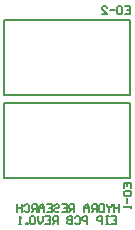
<source format=gbo>
G04*
G04 #@! TF.GenerationSoftware,Altium Limited,Altium Designer,18.0.7 (293)*
G04*
G04 Layer_Color=32896*
%FSLAX25Y25*%
%MOIN*%
G70*
G01*
G75*
%ADD10C,0.00787*%
%ADD16C,0.00500*%
D10*
X240724Y245768D02*
Y270768D01*
X198724D02*
X240724D01*
X198724Y245768D02*
X240724D01*
X198724Y253518D02*
Y263018D01*
Y270768D01*
Y245768D02*
Y253518D01*
X240724Y218209D02*
Y243209D01*
X198724D02*
X240724D01*
X198724Y218209D02*
X240724D01*
X198724Y225959D02*
Y235459D01*
Y243209D01*
Y218209D02*
Y225959D01*
D16*
X234334Y205499D02*
X236000D01*
Y203000D01*
X234334D01*
X236000Y204250D02*
X235167D01*
X233501Y205499D02*
X232668D01*
X233084D01*
Y203000D01*
X233501D01*
X232668D01*
X231418D02*
Y205499D01*
X230169D01*
X229752Y205083D01*
Y204250D01*
X230169Y203833D01*
X231418D01*
X226420Y203000D02*
Y205499D01*
X225170D01*
X224754Y205083D01*
Y204250D01*
X225170Y203833D01*
X226420D01*
X222254Y205083D02*
X222671Y205499D01*
X223504D01*
X223921Y205083D01*
Y203416D01*
X223504Y203000D01*
X222671D01*
X222254Y203416D01*
X221421Y205499D02*
Y203000D01*
X220172D01*
X219755Y203416D01*
Y203833D01*
X220172Y204250D01*
X221421D01*
X220172D01*
X219755Y204666D01*
Y205083D01*
X220172Y205499D01*
X221421D01*
X216423Y203000D02*
Y205499D01*
X215173D01*
X214757Y205083D01*
Y204250D01*
X215173Y203833D01*
X216423D01*
X215590D02*
X214757Y203000D01*
X212258Y205499D02*
X213924D01*
Y203000D01*
X212258D01*
X213924Y204250D02*
X213091D01*
X211425Y205499D02*
Y203833D01*
X210592Y203000D01*
X209758Y203833D01*
Y205499D01*
X208925Y205083D02*
X208509Y205499D01*
X207676D01*
X207259Y205083D01*
Y203416D01*
X207676Y203000D01*
X208509D01*
X208925Y203416D01*
Y205083D01*
X206426Y203000D02*
Y203416D01*
X206010D01*
Y203000D01*
X206426D01*
X204344D02*
X203510D01*
X203927D01*
Y205499D01*
X204344Y205083D01*
X237000Y209499D02*
Y207000D01*
Y208250D01*
X235334D01*
Y209499D01*
Y207000D01*
X234501Y209499D02*
Y209083D01*
X233668Y208250D01*
X232835Y209083D01*
Y209499D01*
X233668Y208250D02*
Y207000D01*
X232002Y209499D02*
Y207000D01*
X230752D01*
X230335Y207417D01*
Y209083D01*
X230752Y209499D01*
X232002D01*
X229502Y207000D02*
Y209499D01*
X228253D01*
X227836Y209083D01*
Y208250D01*
X228253Y207833D01*
X229502D01*
X228669D02*
X227836Y207000D01*
X227003D02*
Y208666D01*
X226170Y209499D01*
X225337Y208666D01*
Y207000D01*
Y208250D01*
X227003D01*
X222005Y207000D02*
Y209499D01*
X220755D01*
X220339Y209083D01*
Y208250D01*
X220755Y207833D01*
X222005D01*
X221172D02*
X220339Y207000D01*
X217840Y209499D02*
X219506D01*
Y207000D01*
X217840D01*
X219506Y208250D02*
X218673D01*
X215340Y209083D02*
X215757Y209499D01*
X216590D01*
X217006Y209083D01*
Y208666D01*
X216590Y208250D01*
X215757D01*
X215340Y207833D01*
Y207417D01*
X215757Y207000D01*
X216590D01*
X217006Y207417D01*
X212841Y209499D02*
X214507D01*
Y207000D01*
X212841D01*
X214507Y208250D02*
X213674D01*
X212008Y207000D02*
Y208666D01*
X211175Y209499D01*
X210342Y208666D01*
Y207000D01*
Y208250D01*
X212008D01*
X209509Y207000D02*
Y209499D01*
X208259D01*
X207843Y209083D01*
Y208250D01*
X208259Y207833D01*
X209509D01*
X208676D02*
X207843Y207000D01*
X205344Y209083D02*
X205760Y209499D01*
X206593D01*
X207010Y209083D01*
Y207417D01*
X206593Y207000D01*
X205760D01*
X205344Y207417D01*
X204510Y209499D02*
Y207000D01*
Y208250D01*
X202844D01*
Y209499D01*
Y207000D01*
X238501Y214834D02*
Y216500D01*
X241000D01*
Y214834D01*
X239750Y216500D02*
Y215667D01*
X238917Y214001D02*
X238501Y213584D01*
Y212751D01*
X238917Y212335D01*
X240583D01*
X241000Y212751D01*
Y213584D01*
X240583Y214001D01*
X238917D01*
X239750Y211502D02*
Y209836D01*
X241000Y209002D02*
Y208169D01*
Y208586D01*
X238501D01*
X238917Y209002D01*
X238834Y275499D02*
X240500D01*
Y273000D01*
X238834D01*
X240500Y274250D02*
X239667D01*
X238001Y275083D02*
X237584Y275499D01*
X236751D01*
X236335Y275083D01*
Y273416D01*
X236751Y273000D01*
X237584D01*
X238001Y273416D01*
Y275083D01*
X235502Y274250D02*
X233836D01*
X231336Y273000D02*
X233002D01*
X231336Y274666D01*
Y275083D01*
X231753Y275499D01*
X232586D01*
X233002Y275083D01*
M02*

</source>
